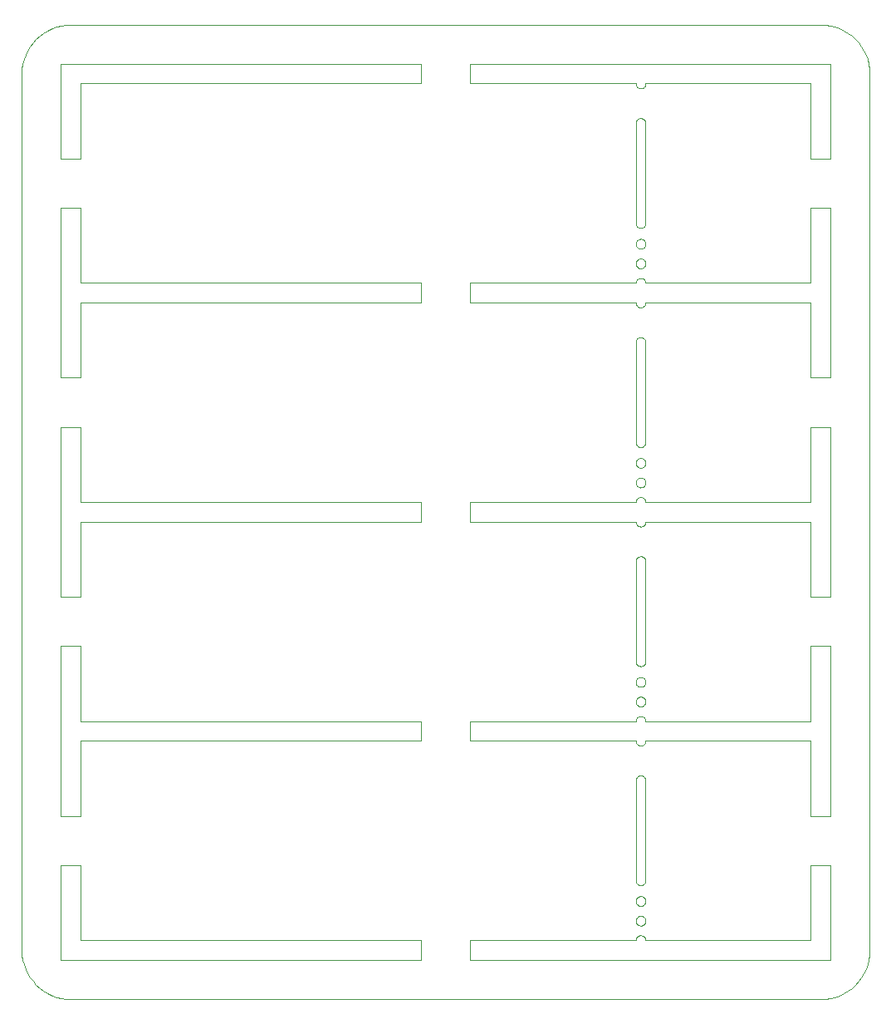
<source format=gbr>
%TF.GenerationSoftware,KiCad,Pcbnew,7.0.2*%
%TF.CreationDate,2023-06-01T00:54:58+09:00*%
%TF.ProjectId,PmodPLED_kikit,506d6f64-504c-4454-945f-6b696b69742e,rev?*%
%TF.SameCoordinates,Original*%
%TF.FileFunction,Profile,NP*%
%FSLAX46Y46*%
G04 Gerber Fmt 4.6, Leading zero omitted, Abs format (unit mm)*
G04 Created by KiCad (PCBNEW 7.0.2) date 2023-06-01 00:54:58*
%MOMM*%
%LPD*%
G01*
G04 APERTURE LIST*
%TA.AperFunction,Profile*%
%ADD10C,0.100000*%
%TD*%
G04 APERTURE END LIST*
D10*
X168039212Y-109653499D02*
X168004897Y-109617888D01*
X168326122Y-42832996D02*
X168277306Y-42825078D01*
X168375481Y-88471525D02*
X168424901Y-88473359D01*
X167901230Y-40370468D02*
X167894478Y-40346469D01*
X168138840Y-43899014D02*
X168183205Y-43877164D01*
X168856803Y-52206411D02*
X168869103Y-52254715D01*
X151000000Y-91953094D02*
X151000000Y-90953094D01*
X168613606Y-41893142D02*
X168656229Y-41918221D01*
X168629017Y-29603078D02*
X168670888Y-29630121D01*
X109270246Y-115270792D02*
X109270246Y-115270792D01*
X168229512Y-86495200D02*
X168277306Y-86482499D01*
X167881818Y-44348458D02*
X167883042Y-44299019D01*
X168712078Y-48694488D02*
X168673157Y-48725526D01*
X167947626Y-87219699D02*
X167925229Y-87175608D01*
X168138840Y-67090865D02*
X168096851Y-67064739D01*
X167894006Y-66764187D02*
X167885485Y-66715473D01*
X168150911Y-29591155D02*
X168196346Y-29570654D01*
X168076876Y-42732453D02*
X168039212Y-42700405D01*
X167974987Y-112968889D02*
X168007028Y-112930705D01*
X168613606Y-108846236D02*
X168656229Y-108871315D01*
X168696165Y-66265086D02*
X168733026Y-66298055D01*
X168490277Y-51866325D02*
X168538260Y-51879825D01*
X168690761Y-40614006D02*
X168650290Y-40643103D01*
X146000000Y-92955476D02*
X146000000Y-92955476D01*
X168508974Y-112789479D02*
X168556224Y-112805355D01*
X168107743Y-29616078D02*
X168150911Y-29591155D01*
X168650290Y-40643103D02*
X168607122Y-40668026D01*
X168294948Y-93447246D02*
X168246414Y-93436169D01*
X168021614Y-86624553D02*
X168057647Y-86590682D01*
X167965897Y-62822449D02*
X167939906Y-62779915D01*
X168875440Y-26076807D02*
X168875440Y-26076807D01*
X167960434Y-46036037D02*
X167990531Y-45996304D01*
X168538260Y-51879825D02*
X168584660Y-51898036D01*
X167995994Y-96667791D02*
X168029898Y-96631251D01*
X168070317Y-48710493D02*
X168032991Y-48677553D01*
X168696165Y-86582784D02*
X168733026Y-86615753D01*
X168587040Y-26457548D02*
X168540699Y-26475736D01*
X168745542Y-29696004D02*
X168777583Y-29734188D01*
X168879220Y-66604395D02*
X168881666Y-66653789D01*
X168762039Y-96667791D02*
X168792136Y-96707524D01*
X168879220Y-111338578D02*
X168871907Y-111387488D01*
X168880397Y-70662668D02*
X168875440Y-70712203D01*
X168361088Y-112770947D02*
X168410919Y-112772190D01*
X167879638Y-74646564D02*
X167884601Y-74596965D01*
X168521992Y-65133693D02*
X168473898Y-65145208D01*
X167884601Y-52279267D02*
X167894478Y-52230410D01*
X168277306Y-66164801D02*
X168326122Y-66156883D01*
X167879638Y-107201107D02*
X167879638Y-96964262D01*
X167960432Y-66384415D02*
X167989103Y-66344120D01*
X167889143Y-111203037D02*
X167900062Y-111154804D01*
X167928532Y-85075428D02*
X167909170Y-85029497D01*
X107098279Y-21134947D02*
X106734712Y-21464466D01*
X167943114Y-48558899D02*
X167921515Y-48514047D01*
X168792136Y-85140147D02*
X168762039Y-85179880D01*
X168821712Y-66416388D02*
X168843011Y-66461019D01*
X167947626Y-89219699D02*
X167925229Y-89175608D01*
X168196346Y-40688527D02*
X168150911Y-40668026D01*
X151000000Y-113270792D02*
X167873554Y-113270792D01*
X168375481Y-66153827D02*
X168424901Y-66155661D01*
X168253252Y-87454715D02*
X168206144Y-87439666D01*
X168834292Y-113076574D02*
X168851340Y-113123414D01*
X187729754Y-24000000D02*
X187729754Y-33658849D01*
X168540699Y-93428830D02*
X168492778Y-93442313D01*
X168424901Y-89469614D02*
X168424901Y-89469614D01*
X168766449Y-64334505D02*
X168796107Y-64374078D01*
X168508974Y-45836385D02*
X168556224Y-45852261D01*
X187729754Y-78294245D02*
X185728316Y-78294245D01*
X111270246Y-55976547D02*
X109270246Y-55976547D01*
X168424901Y-109787312D02*
X168375481Y-109789146D01*
X167965897Y-107457845D02*
X167952371Y-107436902D01*
X151000000Y-24000000D02*
X187729754Y-24000000D01*
X111270246Y-70771487D02*
X111270246Y-78294245D01*
X168587040Y-48775246D02*
X168540699Y-48793434D01*
X111270246Y-105611943D02*
X111270246Y-113270792D01*
X168805662Y-107436902D02*
X168777583Y-107478087D01*
X167884785Y-26052101D02*
X167882304Y-26002382D01*
X168843011Y-111096415D02*
X168859798Y-111142933D01*
X168821712Y-42573491D02*
X168796107Y-42615801D01*
X168613606Y-66210840D02*
X168656229Y-66235919D01*
X168416382Y-40721692D02*
X168366551Y-40722935D01*
X167935882Y-64427344D02*
X167960432Y-64384415D01*
X168850903Y-26173172D02*
X168831566Y-26219044D01*
X168277306Y-87460474D02*
X168253252Y-87454715D01*
X167960432Y-86702113D02*
X167989103Y-86661818D01*
X168821712Y-42098690D02*
X168843011Y-42143321D01*
X168123554Y-45884685D02*
X168167910Y-45861945D01*
X168160752Y-111737735D02*
X168117522Y-111713718D01*
X168873554Y-113270792D02*
X185729754Y-113270792D01*
X167895767Y-68488018D02*
X167912815Y-68441178D01*
X105485544Y-115722215D02*
X105650848Y-116184209D01*
X167883042Y-64616717D02*
X167889143Y-64567641D01*
X168021614Y-64306855D02*
X168057647Y-64272984D01*
X167879638Y-62565711D02*
X167879638Y-52328866D01*
X168843011Y-87164256D02*
X168821712Y-87208887D01*
X168167910Y-112815039D02*
X168214310Y-112796828D01*
X168110736Y-93374948D02*
X168070317Y-93345889D01*
X168875440Y-48394505D02*
X168865576Y-48443300D01*
X168696165Y-42724793D02*
X168656229Y-42753960D01*
X167881818Y-109301552D02*
X167883042Y-109252113D01*
X168843011Y-109481954D02*
X168821712Y-109526585D01*
X168881666Y-86971487D02*
X168879220Y-87020880D01*
X168021614Y-65000722D02*
X167989103Y-64963457D01*
X167884601Y-74596965D02*
X167894478Y-74548108D01*
X187729754Y-115270792D02*
X151000000Y-115270792D01*
X168160752Y-44784641D02*
X168117522Y-44760624D01*
X168316845Y-40719210D02*
X168267756Y-40710554D01*
X168521992Y-41856186D02*
X168568714Y-41872396D01*
X168796107Y-42615801D02*
X168766449Y-42655374D01*
X168424901Y-44834218D02*
X168375481Y-44836052D01*
X168473898Y-42827510D02*
X168424901Y-42834218D01*
X168326122Y-87468392D02*
X168277306Y-87460474D01*
X168067272Y-40614006D02*
X168029898Y-40581024D01*
X168229512Y-64177502D02*
X168277306Y-64164801D01*
X168871907Y-109387488D02*
X168859798Y-109435436D01*
X168843011Y-64461019D02*
X168859798Y-64507537D01*
X167995994Y-40544484D02*
X167965897Y-40504751D01*
X168540699Y-26475736D02*
X168492778Y-26489219D01*
X167895767Y-113123414D02*
X167895767Y-113123414D01*
X168568714Y-64190094D02*
X168613606Y-64210840D01*
X168029898Y-40581024D02*
X167995994Y-40544484D01*
X168521992Y-108809280D02*
X168568714Y-108825490D01*
X167995994Y-85179880D02*
X167965897Y-85140147D01*
X106112897Y-117048643D02*
X106405193Y-117442758D01*
X168424901Y-86473359D02*
X168473898Y-86480067D01*
X168366551Y-85358331D02*
X168316845Y-85354606D01*
X168243596Y-29554778D02*
X168292192Y-29543687D01*
X168424901Y-41837963D02*
X168473898Y-41844671D01*
X146000000Y-48320080D02*
X146000000Y-48320080D01*
X168366551Y-107676029D02*
X168341651Y-107674786D01*
X168465841Y-74179083D02*
X168514437Y-74190174D01*
X168514437Y-107657497D02*
X168514437Y-107657497D01*
X187705205Y-20096073D02*
X187219839Y-20024076D01*
X168561687Y-85323923D02*
X168514437Y-85339799D01*
X168102280Y-68215383D02*
X168145448Y-68190460D01*
X168696165Y-88582784D02*
X168733026Y-88615753D01*
X167881818Y-42348458D02*
X167883042Y-42299019D01*
X167892205Y-70736723D02*
X167884785Y-70687497D01*
X168839755Y-74477269D02*
X168856803Y-74524109D01*
X168096851Y-43925140D02*
X168138840Y-43899014D01*
X167889143Y-44249943D02*
X167900062Y-44201710D01*
X168733026Y-87327220D02*
X168696165Y-87360189D01*
X168871907Y-64752092D02*
X168859798Y-64800040D01*
X168492778Y-48806917D02*
X168443752Y-48815561D01*
X168138840Y-110852108D02*
X168183205Y-110830258D01*
X168029898Y-74313553D02*
X168067272Y-74280571D01*
X168341651Y-96490583D02*
X168391482Y-96489340D01*
X168465841Y-63033192D02*
X168416382Y-63039390D01*
X168613606Y-64210840D02*
X168656229Y-64235919D01*
X167900062Y-86837106D02*
X167915693Y-86790187D01*
X168441188Y-51857669D02*
X168490277Y-51866325D01*
X168004897Y-42664794D02*
X167974269Y-42625966D01*
X168391482Y-29536246D02*
X168441188Y-29539971D01*
X168441188Y-74175367D02*
X168465841Y-74179083D01*
X167894478Y-74548108D02*
X167909170Y-74500476D01*
X167879638Y-84883409D02*
X167879638Y-74646564D01*
X185727446Y-26000000D02*
X168881018Y-26002382D01*
X185729754Y-46317698D02*
X185728883Y-38658849D01*
X168747715Y-26342031D02*
X168712078Y-26376790D01*
X168492778Y-93442313D02*
X168443752Y-93450957D01*
X168796107Y-64933499D02*
X168766449Y-64973072D01*
X105294322Y-114760877D02*
X105366319Y-115246243D01*
X146000000Y-46317698D02*
X146000000Y-47317698D01*
X106734712Y-21464466D02*
X106405193Y-21828033D01*
X168733026Y-42691824D02*
X168696165Y-42724793D01*
X168070317Y-26392795D02*
X168032991Y-26359855D01*
X168881666Y-42336091D02*
X168879220Y-42385484D01*
X168821712Y-109526585D02*
X168796107Y-109568895D01*
X168096851Y-86560536D02*
X168138840Y-86534410D01*
X111270246Y-68635396D02*
X146000000Y-68635396D01*
X168843011Y-64846558D02*
X168821712Y-64891189D01*
X191633680Y-24024548D02*
X191514455Y-23548576D01*
X168096851Y-88560536D02*
X168138840Y-88534410D01*
X168375481Y-108789223D02*
X168424901Y-108791057D01*
X168029898Y-51995855D02*
X168067272Y-51962873D01*
X146000000Y-113270792D02*
X146000000Y-115270792D01*
X107492394Y-118428140D02*
X107913262Y-118680398D01*
X168473898Y-43844671D02*
X168521992Y-43856186D01*
X167943114Y-70876597D02*
X167921515Y-70831745D01*
X168796107Y-87251197D02*
X168766449Y-87290770D01*
X105366319Y-115246243D02*
X105485544Y-115722215D01*
X168878395Y-107201107D02*
X168873432Y-107250706D01*
X111270246Y-48453789D02*
X111270246Y-55976547D01*
X167974269Y-89261362D02*
X167947626Y-89219699D01*
X168443752Y-93450957D02*
X168394110Y-93454677D01*
X105270246Y-114270792D02*
X105294322Y-114760877D01*
X168424901Y-42834218D02*
X168375481Y-42836052D01*
X167895767Y-90805716D02*
X167912815Y-90758876D01*
X167965897Y-85140147D02*
X167952371Y-85119204D01*
X168786673Y-112989131D02*
X168812664Y-113031665D01*
X168873432Y-62615310D02*
X168863555Y-62664167D01*
X167895767Y-46170320D02*
X167912815Y-46123480D01*
X168777583Y-107478087D02*
X168745542Y-107516271D01*
X167882304Y-92955476D02*
X151000000Y-92955476D01*
X167900062Y-44201710D02*
X167915693Y-44154791D01*
X168733026Y-65009522D02*
X168696165Y-65042491D01*
X168843011Y-44528860D02*
X168821712Y-44573491D01*
X168061809Y-45926782D02*
X168081682Y-45911728D01*
X168206144Y-109757364D02*
X168160752Y-109737735D01*
X168656229Y-111707054D02*
X168613606Y-111732133D01*
X168110736Y-71057250D02*
X168070317Y-71028191D01*
X108818822Y-20215298D02*
X108356828Y-20380602D01*
X168821712Y-86734086D02*
X168843011Y-86778717D01*
X168656229Y-87389356D02*
X168613606Y-87414435D01*
X168424901Y-66155661D02*
X168473898Y-66162369D01*
X168107743Y-51933776D02*
X168150911Y-51908853D01*
X109780160Y-119246715D02*
X110270246Y-119270792D01*
X168561687Y-96523748D02*
X168607122Y-96544249D01*
X168839755Y-40417308D02*
X168818127Y-40462217D01*
X168650290Y-107596197D02*
X168607122Y-107621120D01*
X168326122Y-64156883D02*
X168375481Y-64153827D01*
X189086737Y-20590393D02*
X188643171Y-20380602D01*
X168375481Y-87471448D02*
X168326122Y-87468392D01*
X168629017Y-51920776D02*
X168670888Y-51947819D01*
X168067272Y-62931704D02*
X168029898Y-62898722D01*
X168745542Y-52013702D02*
X168777583Y-52051886D01*
X107098279Y-118135844D02*
X107492394Y-118428140D01*
X167885485Y-87033171D02*
X167881818Y-86983854D01*
X168326122Y-44832996D02*
X168277306Y-44825078D01*
X167935882Y-111062740D02*
X167960432Y-111019811D01*
X109294794Y-119174718D02*
X109780160Y-119246715D01*
X168881666Y-64653789D02*
X168879220Y-64703182D01*
X168473898Y-111780604D02*
X168473898Y-111780604D01*
X168190883Y-68169959D02*
X168238133Y-68154083D01*
X168150911Y-96544249D02*
X168196346Y-96523748D01*
X168818127Y-52114662D02*
X168839755Y-52159571D01*
X168277306Y-88482499D02*
X168326122Y-88474581D01*
X168391482Y-96489340D02*
X168441188Y-96493065D01*
X167885485Y-42397775D02*
X167881818Y-42348458D01*
X168366551Y-63040633D02*
X168341651Y-63039390D01*
X167960432Y-44066717D02*
X167989103Y-44026422D01*
X105650848Y-23086582D02*
X105485544Y-23548576D01*
X168656229Y-110871315D02*
X168696165Y-110900482D01*
X151000000Y-26002382D02*
X151000000Y-24000000D01*
X167900062Y-109154804D02*
X167915693Y-109107885D01*
X168246414Y-48800773D02*
X168199225Y-48784918D01*
X168696165Y-41947388D02*
X168733026Y-41980357D01*
X168859798Y-88825235D02*
X168871907Y-88873183D01*
X168021614Y-41989157D02*
X168057647Y-41955286D01*
X168375481Y-110789223D02*
X168424901Y-110791057D01*
X168568714Y-66190094D02*
X168613606Y-66210840D01*
X168032991Y-26359855D02*
X167999131Y-26323362D01*
X167883467Y-113171718D02*
X167895767Y-113123414D01*
X167918278Y-40417308D02*
X167901230Y-40370468D01*
X168029898Y-107534118D02*
X167995994Y-107497578D01*
X168792136Y-96707524D02*
X168818127Y-96750058D01*
X168856803Y-29888713D02*
X168869103Y-29937017D01*
X168183205Y-86512560D02*
X168229512Y-86495200D01*
X167990531Y-45996304D02*
X168024435Y-45959764D01*
X168863555Y-62664167D02*
X168848863Y-62711799D01*
X168253252Y-44819319D02*
X168206144Y-44804270D01*
X167901230Y-52206411D02*
X167918278Y-52159571D01*
X105294322Y-24509914D02*
X105270246Y-25000000D01*
X168796107Y-89251197D02*
X168766449Y-89290770D01*
X168004897Y-87300190D02*
X167974269Y-87261362D01*
X167883467Y-68536322D02*
X167895767Y-68488018D01*
X168733026Y-109644918D02*
X168696165Y-109677887D01*
X168613606Y-110846236D02*
X168656229Y-110871315D01*
X168863555Y-84981865D02*
X168848863Y-85029497D01*
X168690761Y-107567100D02*
X168650290Y-107596197D01*
X191139360Y-22643016D02*
X190887102Y-22222148D01*
X168613606Y-42779039D02*
X168568714Y-42799785D01*
X189901720Y-118135844D02*
X190265287Y-117806325D01*
X168117522Y-42760624D02*
X168076876Y-42732453D01*
X167960432Y-109019811D02*
X167989103Y-108979516D01*
X168879017Y-74671487D02*
X168878395Y-84883409D01*
X168277306Y-89460474D02*
X168253252Y-89454715D01*
X168848863Y-85029497D02*
X168829501Y-85075428D01*
X168873432Y-107250706D02*
X168863555Y-107299563D01*
X168361088Y-68135551D02*
X168410919Y-68136794D01*
X168150911Y-85303422D02*
X168107743Y-85278499D01*
X168110736Y-48739552D02*
X168070317Y-48710493D01*
X167995994Y-29714697D02*
X168029898Y-29678157D01*
X167883467Y-90854020D02*
X167895767Y-90805716D01*
X168881018Y-70637778D02*
X168880397Y-70662668D01*
X168443752Y-71133259D02*
X168394110Y-71136979D01*
X168880397Y-92980366D02*
X168875440Y-93029901D01*
X110270246Y-20000000D02*
X109780160Y-20024076D01*
X168881666Y-111289185D02*
X168879220Y-111338578D01*
X168796107Y-64374078D02*
X168821712Y-64416388D01*
X168508974Y-68154083D02*
X168556224Y-68169959D01*
X167960432Y-66923162D02*
X167935882Y-66880233D01*
X167904489Y-93102664D02*
X167892205Y-93054421D01*
X168670888Y-29630121D02*
X168709859Y-29661200D01*
X168473898Y-66162369D02*
X168521992Y-66173884D01*
X168879220Y-44286697D02*
X168881666Y-44336091D01*
X167925229Y-89175608D02*
X167907297Y-89129520D01*
X187729754Y-60976547D02*
X187729754Y-78294245D01*
X109270246Y-83294245D02*
X111270246Y-83294245D01*
X168341651Y-63039390D02*
X168292192Y-63033192D01*
X168712078Y-26376790D02*
X168673157Y-26407828D01*
X168561687Y-107641621D02*
X168514437Y-107657497D01*
X191514455Y-115722215D02*
X191633680Y-115246243D01*
X168856803Y-96841807D02*
X168869103Y-96890111D01*
X168631339Y-71070233D02*
X168587040Y-71092944D01*
X189901720Y-21134947D02*
X189507605Y-20842651D01*
X168117522Y-89396020D02*
X168076876Y-89367849D01*
X187729754Y-105611943D02*
X187729754Y-115270792D01*
X168521992Y-43856186D02*
X168568714Y-43872396D01*
X167915693Y-64835088D02*
X167907297Y-64811822D01*
X168756576Y-112949398D02*
X168786673Y-112989131D01*
X167884601Y-29961569D02*
X167894478Y-29912712D01*
X167885485Y-111350869D02*
X167881818Y-111301552D01*
X167894006Y-42446489D02*
X167885485Y-42397775D01*
X168568714Y-110825490D02*
X168613606Y-110846236D01*
X168709859Y-29661200D02*
X168745542Y-29696004D01*
X168326122Y-88474581D02*
X168375481Y-88471525D01*
X168880397Y-48344970D02*
X168875440Y-48394505D01*
X167881818Y-88983854D02*
X167883042Y-88934415D01*
X111270246Y-100611943D02*
X109270246Y-100611943D01*
X168796107Y-66933499D02*
X168766449Y-66973072D01*
X187729754Y-55976547D02*
X185728316Y-55976547D01*
X167904489Y-48467268D02*
X167892205Y-48419025D01*
X167884601Y-40297612D02*
X167879638Y-40248013D01*
X168871069Y-90903310D02*
X168873554Y-90953094D01*
X168344344Y-93453436D02*
X168294948Y-93447246D01*
X168747715Y-93295125D02*
X168712078Y-93329884D01*
X168850903Y-93126266D02*
X168831566Y-93172138D01*
X187705205Y-119174718D02*
X188181177Y-119055493D01*
X168733026Y-67009522D02*
X168696165Y-67042491D01*
X187729754Y-33658849D02*
X185728316Y-33658849D01*
X168229512Y-110812898D02*
X168277306Y-110800197D01*
X168032991Y-48677553D02*
X167999131Y-48641060D01*
X167925229Y-44540212D02*
X167907297Y-44494124D01*
X167912815Y-113076574D02*
X167923069Y-113053850D01*
X167915693Y-66472489D02*
X167935882Y-66427344D01*
X167889143Y-66567641D02*
X167900062Y-66519408D01*
X167928532Y-96772243D02*
X167952371Y-96728467D01*
X168568714Y-86507792D02*
X168613606Y-86528538D01*
X168584660Y-29580338D02*
X168629017Y-29603078D01*
X167876038Y-68585612D02*
X167883467Y-68536322D01*
X168843011Y-42528860D02*
X168821712Y-42573491D01*
X185727446Y-48317698D02*
X168881018Y-48320080D01*
X167876038Y-113221008D02*
X167883467Y-113171718D01*
X106734712Y-117806325D02*
X107098279Y-118135844D01*
X168568714Y-111752879D02*
X168521992Y-111769089D01*
X185729754Y-113270792D02*
X185728883Y-105611943D01*
X168160752Y-109737735D02*
X168117522Y-109713718D01*
X168199225Y-93420314D02*
X168153849Y-93399839D01*
X168871907Y-66555485D02*
X168879220Y-66604395D01*
X168644827Y-45897685D02*
X168685298Y-45926782D01*
X168818127Y-62779915D02*
X168792136Y-62822449D01*
X168473898Y-88480067D02*
X168521992Y-88491582D01*
X185727446Y-70635396D02*
X168881018Y-70637778D01*
X168424901Y-89469614D02*
X168375481Y-89471448D01*
X168521992Y-44815995D02*
X168473898Y-44827510D01*
X168871907Y-44434394D02*
X168859798Y-44482342D01*
X168096851Y-65064739D02*
X168057647Y-65034593D01*
X187729754Y-83294245D02*
X187729754Y-100611943D01*
X168670888Y-51947819D02*
X168709859Y-51978898D01*
X168871907Y-66752092D02*
X168859798Y-66800040D01*
X191349151Y-23086582D02*
X191139360Y-22643016D01*
X168859798Y-66507537D02*
X168871907Y-66555485D01*
X168766449Y-111608468D02*
X168733026Y-111644918D01*
X168473898Y-87462906D02*
X168424901Y-87469614D01*
X167873554Y-113270792D02*
X167876038Y-113221008D01*
X168722672Y-68277462D02*
X168756576Y-68314002D01*
X168696165Y-87360189D02*
X168656229Y-87389356D01*
X168262293Y-112783328D02*
X168311382Y-112774672D01*
X168722672Y-112912858D02*
X168756576Y-112949398D01*
X168786673Y-68353735D02*
X168812664Y-68396269D01*
X168465841Y-85350890D02*
X168465841Y-85350890D01*
X168690761Y-85249402D02*
X168650290Y-85278499D01*
X168076876Y-111685547D02*
X168039212Y-111653499D01*
X168843011Y-111481954D02*
X168821712Y-111526585D01*
X168879220Y-109338578D02*
X168871907Y-109387488D01*
X168843011Y-88778717D02*
X168859798Y-88825235D01*
X168004897Y-89300190D02*
X167974269Y-89261362D01*
X168183205Y-65112715D02*
X168138840Y-65090865D01*
X146000000Y-70637778D02*
X111273818Y-70637778D01*
X168879220Y-44385484D02*
X168871907Y-44434394D01*
X168521992Y-86491582D02*
X168568714Y-86507792D01*
X168243596Y-51872476D02*
X168292192Y-51861385D01*
X168879220Y-87020880D02*
X168871907Y-87069790D01*
X168096851Y-41925140D02*
X168138840Y-41899014D01*
X168375481Y-65153750D02*
X168326122Y-65150694D01*
X168029898Y-29678157D02*
X168067272Y-29645175D01*
X168821712Y-44098690D02*
X168843011Y-44143321D01*
X167912815Y-90758876D02*
X167934443Y-90713967D01*
X168473898Y-111780604D02*
X168424901Y-111787312D01*
X168138840Y-41899014D02*
X168183205Y-41877164D01*
X167912815Y-68441178D02*
X167934443Y-68396269D01*
X168722672Y-90595160D02*
X168756576Y-90631700D01*
X168102280Y-90533081D02*
X168145448Y-90508158D01*
X168277306Y-67142776D02*
X168229512Y-67130075D01*
X167876038Y-90903310D02*
X167883467Y-90854020D01*
X168568714Y-67117483D02*
X168521992Y-67133693D01*
X168391482Y-51853944D02*
X168441188Y-51857669D01*
X168067272Y-74280571D02*
X168107743Y-74251474D01*
X109270246Y-55976547D02*
X109270246Y-38658849D01*
X109270246Y-115270792D02*
X109270246Y-105611943D01*
X168843011Y-66846558D02*
X168821712Y-66891189D01*
X167999131Y-26323362D02*
X167969072Y-26283679D01*
X168766449Y-42016807D02*
X168796107Y-42056380D01*
X167952371Y-85119204D02*
X167928532Y-85075428D01*
X167989103Y-86661818D02*
X168021614Y-86624553D01*
X168756576Y-68314002D02*
X168786673Y-68353735D01*
X168243596Y-96507872D02*
X168292192Y-96496781D01*
X168253252Y-42819319D02*
X168206144Y-42804270D01*
X167915693Y-109107885D02*
X167935882Y-109062740D01*
X167876038Y-46267914D02*
X167883467Y-46218624D01*
X168568714Y-89435181D02*
X168521992Y-89451391D01*
X168341651Y-51855187D02*
X168391482Y-51853944D01*
X168843011Y-86778717D02*
X168859798Y-86825235D01*
X168656229Y-42753960D02*
X168613606Y-42779039D01*
X168859798Y-42189839D02*
X168871907Y-42237787D01*
X167960432Y-42066717D02*
X167989103Y-42026422D01*
X168206144Y-89439666D02*
X168160752Y-89420037D01*
X168473898Y-41844671D02*
X168521992Y-41856186D01*
X168070317Y-71028191D02*
X168032991Y-70995251D01*
X168021614Y-66306855D02*
X168057647Y-66272984D01*
X167935882Y-66427344D02*
X167960432Y-66384415D01*
X168229512Y-108812898D02*
X168277306Y-108800197D01*
X168878395Y-84883409D02*
X168873432Y-84933008D01*
X168850903Y-48490870D02*
X168831566Y-48536742D01*
X168521992Y-42815995D02*
X168473898Y-42827510D01*
X168728135Y-62898722D02*
X168690761Y-62931704D01*
X111270246Y-90953094D02*
X146000000Y-90953094D01*
X168733026Y-110933451D02*
X168766449Y-110969901D01*
X168067272Y-51962873D02*
X168107743Y-51933776D01*
X168881666Y-66653789D02*
X168879220Y-66703182D01*
X167894006Y-111399583D02*
X167885485Y-111350869D01*
X167989103Y-42026422D02*
X168021614Y-41989157D01*
X168881018Y-26002382D02*
X168880397Y-26027272D01*
X168107743Y-62960801D02*
X168067272Y-62931704D01*
X168843011Y-109096415D02*
X168859798Y-109142933D01*
X168631339Y-48752535D02*
X168587040Y-48775246D01*
X167885485Y-64715473D02*
X167881818Y-64666156D01*
X168375481Y-44836052D02*
X168326122Y-44832996D01*
X168167910Y-45861945D02*
X168214310Y-45843734D01*
X168514437Y-85339799D02*
X168465841Y-85350890D01*
X168756576Y-90631700D02*
X168786673Y-90671433D01*
X168326122Y-110792279D02*
X168375481Y-110789223D01*
X168344344Y-48818040D02*
X168294948Y-48811850D01*
X167909170Y-62711799D02*
X167894478Y-62664167D01*
X109270246Y-78294245D02*
X109270246Y-60976547D01*
X168871069Y-68585612D02*
X168873554Y-68635396D01*
X167999131Y-48641060D02*
X167969072Y-48601377D01*
X185728316Y-55976547D02*
X185727446Y-48317698D01*
X188643171Y-20380602D02*
X188181177Y-20215298D01*
X167995994Y-62862182D02*
X167965897Y-62822449D01*
X189086737Y-118680398D02*
X189507605Y-118428140D01*
X167969072Y-70919075D02*
X167943114Y-70876597D01*
X168871907Y-111387488D02*
X168859798Y-111435436D01*
X167884601Y-107250706D02*
X167879638Y-107201107D01*
X167934443Y-46078571D02*
X167960434Y-46036037D01*
X168150911Y-40668026D02*
X168107743Y-40643103D01*
X185727446Y-92953094D02*
X168881018Y-92955476D01*
X146000000Y-47317698D02*
X146000000Y-48320080D01*
X168206144Y-42804270D02*
X168160752Y-42784641D01*
X168792136Y-62822449D02*
X168762039Y-62862182D01*
X168410919Y-45819096D02*
X168460378Y-45825294D01*
X168243596Y-74190174D02*
X168292192Y-74179083D01*
X168812664Y-113031665D02*
X168834292Y-113076574D01*
X168341651Y-29537489D02*
X168391482Y-29536246D01*
X168341651Y-74172885D02*
X168391482Y-74171642D01*
X168301616Y-111782735D02*
X168253252Y-111772413D01*
X168766449Y-66334505D02*
X168796107Y-66374078D01*
X168540699Y-48793434D02*
X168492778Y-48806917D01*
X168875440Y-26076807D02*
X168865576Y-26125602D01*
X111270246Y-78294245D02*
X109270246Y-78294245D01*
X191633680Y-24024548D02*
X191633680Y-24024548D01*
X167884601Y-84933008D02*
X167879638Y-84883409D01*
X167947626Y-111537397D02*
X167925229Y-111493306D01*
X168521992Y-88491582D02*
X168568714Y-88507792D01*
X185728883Y-38658849D02*
X187729754Y-38658849D01*
X168294948Y-48811850D02*
X168246414Y-48800773D01*
X168779714Y-93256989D02*
X168747715Y-93295125D01*
X168859798Y-111435436D02*
X168843011Y-111481954D01*
X168807757Y-48580462D02*
X168779714Y-48621593D01*
X168871907Y-64555485D02*
X168879220Y-64604395D01*
X168521992Y-89451391D02*
X168473898Y-89462906D01*
X168873432Y-40297612D02*
X168863555Y-40346469D01*
X168871907Y-111190881D02*
X168879220Y-111239791D01*
X168076876Y-109685547D02*
X168039212Y-109653499D01*
X167989103Y-110979516D02*
X168021614Y-110942251D01*
X168150911Y-62985724D02*
X168107743Y-62960801D01*
X168876532Y-74621703D02*
X168879017Y-74671487D01*
X106112897Y-22222148D02*
X105860639Y-22643016D01*
X168859798Y-109142933D02*
X168871907Y-109190881D01*
X167974269Y-42625966D02*
X167947626Y-42584303D01*
X168375481Y-64153827D02*
X168424901Y-64155661D01*
X168859798Y-111142933D02*
X168871907Y-111190881D01*
X167999131Y-93276456D02*
X167969072Y-93236773D01*
X168631339Y-26434837D02*
X168587040Y-26457548D01*
X167885485Y-89033171D02*
X167881818Y-88983854D01*
X168873432Y-84933008D02*
X168863555Y-84981865D01*
X168556224Y-112805355D02*
X168601659Y-112825856D01*
X168096851Y-64242838D02*
X168138840Y-64216712D01*
X168514437Y-40704403D02*
X168465841Y-40715494D01*
X167881818Y-66666156D02*
X167883042Y-66616717D01*
X168004897Y-109617888D02*
X167974269Y-109579060D01*
X168042711Y-112895901D02*
X168081682Y-112864822D01*
X167952371Y-74410769D02*
X167965897Y-74389826D01*
X167939906Y-29796964D02*
X167965897Y-29754430D01*
X168875440Y-48394505D02*
X168875440Y-48394505D01*
X168881666Y-44336091D02*
X168879220Y-44385484D01*
X168024435Y-45959764D02*
X168061809Y-45926782D01*
X167915693Y-86790187D02*
X167935882Y-86745042D01*
X168712078Y-93329884D02*
X168673157Y-93360922D01*
X168061809Y-68244480D02*
X168102280Y-68215383D01*
X168514437Y-63022101D02*
X168465841Y-63033192D01*
X167889143Y-109203037D02*
X167900062Y-109154804D01*
X168029898Y-96631251D02*
X168067272Y-96598269D01*
X167935882Y-109062740D02*
X167960432Y-109019811D01*
X168153849Y-48764443D02*
X168110736Y-48739552D01*
X168199225Y-71102616D02*
X168153849Y-71082141D01*
X168538260Y-29562127D02*
X168584660Y-29580338D01*
X168465841Y-107668588D02*
X168416382Y-107674786D01*
X168473898Y-108797765D02*
X168521992Y-108809280D01*
X168880397Y-26027272D02*
X168875440Y-26076807D01*
X167881818Y-86983854D02*
X167883042Y-86934415D01*
X168004897Y-111617888D02*
X167974269Y-111579060D01*
X168848863Y-62711799D02*
X168839755Y-62735006D01*
X167943114Y-93194295D02*
X167921515Y-93149443D01*
X167989103Y-64963457D02*
X167960432Y-64923162D01*
X167892205Y-26101327D02*
X167884785Y-26052101D01*
X168613606Y-43893142D02*
X168656229Y-43918221D01*
X185729754Y-68635396D02*
X185728883Y-60976547D01*
X168021614Y-108942251D02*
X168057647Y-108908380D01*
X167974269Y-44625966D02*
X167947626Y-44584303D01*
X167894478Y-62664167D02*
X167884601Y-62615310D01*
X168424901Y-42834218D02*
X168424901Y-42834218D01*
X167989103Y-108979516D02*
X168021614Y-108942251D01*
X111270246Y-26136091D02*
X111270246Y-33658849D01*
X168039212Y-111653499D02*
X168004897Y-111617888D01*
X168441188Y-96493065D02*
X168465841Y-96496781D01*
X168650290Y-85278499D02*
X168607122Y-85303422D01*
X168375481Y-41836129D02*
X168424901Y-41837963D01*
X168696165Y-111677887D02*
X168656229Y-111707054D01*
X168490277Y-29548627D02*
X168538260Y-29562127D01*
X168881666Y-88971487D02*
X168879220Y-89020880D01*
X168766449Y-42655374D02*
X168733026Y-42691824D01*
X168839755Y-52159571D02*
X168856803Y-52206411D01*
X168878395Y-40248013D02*
X168873432Y-40297612D01*
X168214310Y-45843734D02*
X168262293Y-45830234D01*
X168556224Y-68169959D02*
X168601659Y-68190460D01*
X168685298Y-45926782D02*
X168722672Y-45959764D01*
X168879220Y-89020880D02*
X168871907Y-89069790D01*
X168848863Y-107347195D02*
X168829501Y-107393126D01*
X109270246Y-38658849D02*
X111270246Y-38658849D01*
X167907297Y-109447218D02*
X167894006Y-109399583D01*
X168029898Y-62898722D02*
X167995994Y-62862182D01*
X168277306Y-44825078D02*
X168253252Y-44819319D01*
X168277306Y-65142776D02*
X168229512Y-65130075D01*
X167900062Y-88837106D02*
X167915693Y-88790187D01*
X168613606Y-111732133D02*
X168568714Y-111752879D01*
X168722672Y-45959764D02*
X168756576Y-45996304D01*
X168508974Y-90471781D02*
X168556224Y-90487657D01*
X167884785Y-93005195D02*
X167882304Y-92955476D01*
X168277306Y-86482499D02*
X168326122Y-86474581D01*
X111273818Y-26002382D02*
X111270246Y-26136091D01*
X168673157Y-93360922D02*
X168631339Y-93387931D01*
X109270246Y-105611943D02*
X111270246Y-105611943D01*
X168150911Y-74226551D02*
X168196346Y-74206050D01*
X167900062Y-111154804D02*
X167915693Y-111107885D01*
X151000000Y-90953094D02*
X167873554Y-90953094D01*
X167960434Y-90671433D02*
X167990531Y-90631700D01*
X168796107Y-111568895D02*
X168766449Y-111608468D01*
X167909170Y-74500476D02*
X167928532Y-74454545D01*
X168424901Y-111787312D02*
X168375481Y-111789146D01*
X168745542Y-107516271D02*
X168709859Y-107551075D01*
X168859798Y-44189839D02*
X168871907Y-44237787D01*
X168424901Y-110791057D02*
X168473898Y-110797765D01*
X168107743Y-96569172D02*
X168150911Y-96544249D01*
X168292192Y-51861385D02*
X168341651Y-51855187D01*
X168879220Y-109239791D02*
X168881666Y-109289185D01*
X168253252Y-111772413D02*
X168206144Y-111757364D01*
X168138840Y-86534410D02*
X168183205Y-86512560D01*
X167894478Y-29912712D02*
X167901230Y-29888713D01*
X168138840Y-88534410D02*
X168183205Y-88512560D01*
X168107743Y-107596197D02*
X168067272Y-107567100D01*
X168286729Y-68142992D02*
X168336188Y-68136794D01*
X168138840Y-108852108D02*
X168183205Y-108830258D01*
X189507605Y-118428140D02*
X189901720Y-118135844D01*
X109270246Y-33658849D02*
X109270246Y-24000000D01*
X167873554Y-68635396D02*
X167876038Y-68585612D01*
X167939906Y-52114662D02*
X167965897Y-52072128D01*
X168796107Y-44615801D02*
X168766449Y-44655374D01*
X168229512Y-88495200D02*
X168277306Y-88482499D01*
X168863555Y-40346469D02*
X168856803Y-40370468D01*
X167928532Y-74454545D02*
X167952371Y-74410769D01*
X168876532Y-29986307D02*
X168879017Y-30036091D01*
X168766449Y-64973072D02*
X168733026Y-65009522D01*
X168601659Y-45872762D02*
X168644827Y-45897685D01*
X168326122Y-109786090D02*
X168301616Y-109782735D01*
X168879017Y-96989185D02*
X168878395Y-107201107D01*
X168696165Y-65042491D02*
X168656229Y-65071658D01*
X187729754Y-38658849D02*
X187729754Y-55976547D01*
X185728883Y-83294245D02*
X187729754Y-83294245D01*
X168859798Y-87117738D02*
X168843011Y-87164256D01*
X168568714Y-43872396D02*
X168613606Y-43893142D01*
X168473898Y-86480067D02*
X168521992Y-86491582D01*
X168096851Y-110878234D02*
X168138840Y-110852108D01*
X185728883Y-105611943D02*
X187729754Y-105611943D01*
X167907297Y-87129520D02*
X167894006Y-87081885D01*
X168057647Y-86590682D02*
X168096851Y-86560536D01*
X168834292Y-90758876D02*
X168851340Y-90805716D01*
X168039212Y-87335801D02*
X168004897Y-87300190D01*
X168656229Y-65071658D02*
X168613606Y-65096737D01*
X168879017Y-52353789D02*
X168878395Y-62565711D01*
X168160752Y-42784641D02*
X168117522Y-42760624D01*
X167989103Y-66963457D02*
X167960432Y-66923162D01*
X168316845Y-85354606D02*
X168292192Y-85350890D01*
X190265287Y-21464466D02*
X189901720Y-21134947D01*
X167882304Y-70637778D02*
X151000000Y-70637778D01*
X167904489Y-26149570D02*
X167892205Y-26101327D01*
X168656229Y-66235919D02*
X168696165Y-66265086D01*
X168863640Y-68536322D02*
X168871069Y-68585612D01*
X167921515Y-26196349D02*
X167904489Y-26149570D01*
X168196346Y-85323923D02*
X168150911Y-85303422D01*
X168871069Y-113221008D02*
X168873554Y-113270792D01*
X168568714Y-109752879D02*
X168521992Y-109769089D01*
X168792136Y-40504751D02*
X168762039Y-40544484D01*
X168733026Y-108933451D02*
X168766449Y-108969901D01*
X168875440Y-93029901D02*
X168875440Y-93029901D01*
X168286729Y-90460690D02*
X168311382Y-90456974D01*
X167907297Y-89129520D02*
X167894006Y-89081885D01*
X168473898Y-89462906D02*
X168424901Y-89469614D01*
X168375481Y-89471448D02*
X168326122Y-89468392D01*
X185728883Y-60976547D02*
X187729754Y-60976547D01*
X168253252Y-89454715D02*
X168206144Y-89439666D01*
X168821712Y-109051784D02*
X168843011Y-109096415D01*
X168123554Y-112837779D02*
X168167910Y-112815039D01*
X168656229Y-67071658D02*
X168613606Y-67096737D01*
X168865576Y-26125602D02*
X168850903Y-26173172D01*
X168879220Y-64604395D02*
X168881666Y-64653789D01*
X105366319Y-24024548D02*
X105294322Y-24509914D01*
X168473898Y-109780604D02*
X168473898Y-109780604D01*
X168747715Y-48659729D02*
X168712078Y-48694488D01*
X168879220Y-86922093D02*
X168881666Y-86971487D01*
X168150911Y-51908853D02*
X168196346Y-51888352D01*
X167894478Y-107299563D02*
X167884601Y-107250706D01*
X168540699Y-71111132D02*
X168492778Y-71124615D01*
X168294948Y-71129548D02*
X168246414Y-71118471D01*
X168070317Y-93345889D02*
X168032991Y-93312949D01*
X168521992Y-66173884D02*
X168568714Y-66190094D01*
X168057647Y-64272984D02*
X168096851Y-64242838D01*
X168326122Y-108792279D02*
X168375481Y-108789223D01*
X167969072Y-26283679D02*
X167943114Y-26241201D01*
X168375481Y-42836052D02*
X168326122Y-42832996D01*
X168821712Y-87208887D02*
X168796107Y-87251197D01*
X168871907Y-44237787D02*
X168879220Y-44286697D01*
X191349151Y-116184209D02*
X191514455Y-115722215D01*
X105860639Y-22643016D02*
X105650848Y-23086582D01*
X168881666Y-109289185D02*
X168879220Y-109338578D01*
X167884601Y-96914663D02*
X167894478Y-96865806D01*
X168766449Y-44016807D02*
X168796107Y-44056380D01*
X168796107Y-88691776D02*
X168821712Y-88734086D01*
X167995994Y-74350093D02*
X168029898Y-74313553D01*
X168424901Y-87469614D02*
X168424901Y-87469614D01*
X168521992Y-87451391D02*
X168473898Y-87462906D01*
X168796107Y-109009474D02*
X168821712Y-109051784D01*
X168766449Y-110969901D02*
X168796107Y-111009474D01*
X168416382Y-63039390D02*
X168366551Y-63040633D01*
X168561687Y-63006225D02*
X168514437Y-63022101D01*
X167989103Y-66344120D02*
X168021614Y-66306855D01*
X167960432Y-64923162D02*
X167935882Y-64880233D01*
X168556224Y-90487657D02*
X168601659Y-90508158D01*
X168613606Y-44779039D02*
X168568714Y-44799785D01*
X167883042Y-111252113D02*
X167889143Y-111203037D01*
X168277306Y-64164801D02*
X168326122Y-64156883D01*
X168021614Y-88624553D02*
X168057647Y-88590682D01*
X167883042Y-109252113D02*
X167889143Y-109203037D01*
X167947626Y-109537397D02*
X167925229Y-109493306D01*
X168766449Y-86652203D02*
X168796107Y-86691776D01*
X191705677Y-24509914D02*
X191633680Y-24024548D01*
X167925229Y-87175608D02*
X167907297Y-87129520D01*
X168656229Y-108871315D02*
X168696165Y-108900482D01*
X188643171Y-118890189D02*
X189086737Y-118680398D01*
X168196346Y-96523748D02*
X168243596Y-96507872D01*
X168863555Y-107299563D02*
X168848863Y-107347195D01*
X168183205Y-88512560D02*
X168229512Y-88495200D01*
X168214310Y-112796828D02*
X168262293Y-112783328D01*
X168856803Y-40370468D02*
X168839755Y-40417308D01*
X168107743Y-40643103D02*
X168067272Y-40614006D01*
X168277306Y-41847103D02*
X168326122Y-41839185D01*
X168871907Y-109190881D02*
X168879220Y-109239791D01*
X168465841Y-40715494D02*
X168465841Y-40715494D01*
X151000000Y-48320080D02*
X151000000Y-47317698D01*
X168443752Y-26497863D02*
X168394110Y-26501583D01*
X111273818Y-70637778D02*
X111270246Y-70771487D01*
X168644827Y-68215383D02*
X168685298Y-68244480D01*
X167990531Y-90631700D02*
X168024435Y-90595160D01*
X167960432Y-111019811D02*
X167989103Y-110979516D01*
X167907297Y-66811822D02*
X167894006Y-66764187D01*
X168568714Y-88507792D02*
X168613606Y-88528538D01*
X168096851Y-67064739D02*
X168057647Y-67034593D01*
X167965897Y-74389826D02*
X167995994Y-74350093D01*
X105270246Y-25000000D02*
X105270246Y-114270792D01*
X168460378Y-68142992D02*
X168508974Y-68154083D01*
X167883042Y-88934415D02*
X167889143Y-88885339D01*
X168879017Y-30036091D02*
X168878395Y-40248013D01*
X168326122Y-67150694D02*
X168277306Y-67142776D01*
X168879220Y-42286697D02*
X168881666Y-42336091D01*
X168243596Y-85339799D02*
X168196346Y-85323923D01*
X167889143Y-86885339D02*
X167900062Y-86837106D01*
X168685298Y-90562178D02*
X168722672Y-90595160D01*
X167969072Y-93236773D02*
X167943114Y-93194295D01*
X168199225Y-26467220D02*
X168153849Y-26446745D01*
X146000000Y-24000000D02*
X146000000Y-26002382D01*
X167894006Y-44446489D02*
X167885485Y-44397775D01*
X168875440Y-70712203D02*
X168865576Y-70760998D01*
X168229512Y-41859804D02*
X168277306Y-41847103D01*
X168292192Y-63033192D02*
X168243596Y-63022101D01*
X168229512Y-65130075D02*
X168183205Y-65112715D01*
X168607122Y-40668026D02*
X168561687Y-40688527D01*
X168875440Y-93029901D02*
X168865576Y-93078696D01*
X168138840Y-66216712D02*
X168183205Y-66194862D01*
X168762039Y-74350093D02*
X168792136Y-74389826D01*
X168733026Y-89327220D02*
X168696165Y-89360189D01*
X168057647Y-41955286D02*
X168096851Y-41925140D01*
X168183205Y-41877164D02*
X168229512Y-41859804D01*
X168673157Y-71043224D02*
X168631339Y-71070233D01*
X168871907Y-86873183D02*
X168879220Y-86922093D01*
X168160752Y-87420037D02*
X168117522Y-87396020D01*
X168521992Y-67133693D02*
X168473898Y-67145208D01*
X168492778Y-26489219D02*
X168443752Y-26497863D01*
X167889143Y-42249943D02*
X167900062Y-42201710D01*
X167879638Y-96964262D02*
X167884601Y-96914663D01*
X168514437Y-107657497D02*
X168465841Y-107668588D01*
X167884601Y-62615310D02*
X167879638Y-62565711D01*
X168160752Y-89420037D02*
X168117522Y-89396020D01*
X167909170Y-107347195D02*
X167894478Y-107299563D01*
X168859798Y-64507537D02*
X168871907Y-64555485D01*
X168613606Y-87414435D02*
X168568714Y-87435181D01*
X168424901Y-67151916D02*
X168375481Y-67153750D01*
X146000000Y-68635396D02*
X146000000Y-69635396D01*
X168821712Y-88734086D02*
X168843011Y-88778717D01*
X168865576Y-70760998D02*
X168850903Y-70808568D01*
X168424901Y-64155661D02*
X168473898Y-64162369D01*
X105485544Y-23548576D02*
X105366319Y-24024548D01*
X168416382Y-63039390D02*
X168416382Y-63039390D01*
X168865576Y-93078696D02*
X168850903Y-93126266D01*
X168441188Y-29539971D02*
X168490277Y-29548627D01*
X167960432Y-64384415D02*
X167989103Y-64344120D01*
X111270246Y-93089185D02*
X111270246Y-100611943D01*
X168375481Y-43836129D02*
X168424901Y-43837963D01*
X167895767Y-113123414D02*
X167912815Y-113076574D01*
X167925229Y-111493306D02*
X167907297Y-111447218D01*
X168424901Y-44834218D02*
X168424901Y-44834218D01*
X168796107Y-42056380D02*
X168821712Y-42098690D01*
X168859798Y-89117738D02*
X168843011Y-89164256D01*
X167969072Y-48601377D02*
X167943114Y-48558899D01*
X168394110Y-48819281D02*
X168344344Y-48818040D01*
X168796107Y-111009474D02*
X168821712Y-111051784D01*
X168869103Y-29937017D02*
X168876532Y-29986307D01*
X168183205Y-108830258D02*
X168229512Y-108812898D01*
X109780160Y-20024076D02*
X109294794Y-20096073D01*
X188181177Y-119055493D02*
X188643171Y-118890189D01*
X168762039Y-85179880D02*
X168728135Y-85216420D01*
X168766449Y-108969901D02*
X168796107Y-109009474D01*
X168587040Y-71092944D02*
X168540699Y-71111132D01*
X185728316Y-78294245D02*
X185727446Y-70635396D01*
X168650290Y-74251474D02*
X168690761Y-74280571D01*
X167965897Y-96707524D02*
X167995994Y-96667791D01*
X167885485Y-109350869D02*
X167881818Y-109301552D01*
X167909170Y-85029497D02*
X167894478Y-84981865D01*
X168007028Y-112930705D02*
X168042711Y-112895901D01*
X168856803Y-74524109D02*
X168869103Y-74572413D01*
X168673157Y-48725526D02*
X168631339Y-48752535D01*
X167883042Y-66616717D02*
X167889143Y-66567641D01*
X168460378Y-45825294D02*
X168508974Y-45836385D01*
X168410919Y-112772190D02*
X168460378Y-112778388D01*
X168057647Y-88590682D02*
X168096851Y-88560536D01*
X168277306Y-43847103D02*
X168326122Y-43839185D01*
X168851340Y-68488018D02*
X168863640Y-68536322D01*
X168859798Y-86825235D02*
X168871907Y-86873183D01*
X168424901Y-87469614D02*
X168375481Y-87471448D01*
X109294794Y-20096073D02*
X108818822Y-20215298D01*
X167894478Y-40346469D02*
X167884601Y-40297612D01*
X167882304Y-26002382D02*
X151000000Y-26002382D01*
X167912815Y-46123480D02*
X167934443Y-46078571D01*
X146000000Y-90953094D02*
X146000000Y-91953094D01*
X168326122Y-111786090D02*
X168301616Y-111782735D01*
X167952371Y-107436902D02*
X167928532Y-107393126D01*
X167974269Y-111579060D02*
X167947626Y-111537397D01*
X168238133Y-68154083D02*
X168286729Y-68142992D01*
X168796107Y-86691776D02*
X168821712Y-86734086D01*
X167915693Y-111107885D02*
X167935882Y-111062740D01*
X168473898Y-67145208D02*
X168424901Y-67151916D01*
X168709859Y-107551075D02*
X168690761Y-107567100D01*
X168067272Y-85249402D02*
X168029898Y-85216420D01*
X168766449Y-88652203D02*
X168796107Y-88691776D01*
X191729754Y-114270792D02*
X191729754Y-25000000D01*
X168568714Y-87435181D02*
X168521992Y-87451391D01*
X107492394Y-20842651D02*
X107098279Y-21134947D01*
X168733026Y-43980357D02*
X168766449Y-44016807D01*
X167921515Y-48514047D02*
X167904489Y-48467268D01*
X168696165Y-89360189D02*
X168656229Y-89389356D01*
X111270246Y-33658849D02*
X109270246Y-33658849D01*
X168326122Y-43839185D02*
X168375481Y-43836129D01*
X168039212Y-42700405D02*
X168004897Y-42664794D01*
X168394110Y-93454677D02*
X168344344Y-93453436D01*
X168879220Y-42385484D02*
X168871907Y-42434394D01*
X167939906Y-62779915D02*
X167918278Y-62735006D01*
X168067272Y-96598269D02*
X168107743Y-96569172D01*
X111270246Y-46317698D02*
X146000000Y-46317698D01*
X168796107Y-44056380D02*
X168821712Y-44098690D01*
X168117522Y-87396020D02*
X168076876Y-87367849D01*
X168341651Y-107674786D02*
X168292192Y-107668588D01*
X168766449Y-89290770D02*
X168733026Y-89327220D01*
X168873554Y-68635396D02*
X185729754Y-68635396D01*
X168024435Y-68277462D02*
X168061809Y-68244480D01*
X168601659Y-90508158D02*
X168644827Y-90533081D01*
X168796107Y-66374078D02*
X168821712Y-66416388D01*
X168656229Y-109707054D02*
X168613606Y-109732133D01*
X168521992Y-110809280D02*
X168568714Y-110825490D01*
X151000000Y-92955476D02*
X151000000Y-91953094D01*
X168879220Y-64703182D02*
X168871907Y-64752092D01*
X151000000Y-46317698D02*
X167873554Y-46317698D01*
X167935882Y-66880233D02*
X167915693Y-66835088D01*
X168153849Y-71082141D02*
X168110736Y-71057250D01*
X168843011Y-44143321D02*
X168859798Y-44189839D01*
X168081682Y-112864822D02*
X168123554Y-112837779D01*
X168424901Y-65151916D02*
X168375481Y-65153750D01*
X168253252Y-109772413D02*
X168206144Y-109757364D01*
X168690761Y-62931704D02*
X168650290Y-62960801D01*
X168584660Y-51898036D02*
X168629017Y-51920776D01*
X168326122Y-89468392D02*
X168277306Y-89460474D01*
X168792136Y-29754430D02*
X168818127Y-29796964D01*
X168607122Y-62985724D02*
X168561687Y-63006225D01*
X167935882Y-64880233D02*
X167915693Y-64835088D01*
X168747715Y-70977427D02*
X168712078Y-71012186D01*
X151000000Y-70637778D02*
X151000000Y-69635396D01*
X168805662Y-85119204D02*
X168792136Y-85140147D01*
X187219839Y-20024076D02*
X186729754Y-20000000D01*
X111270246Y-60976547D02*
X111270246Y-68635396D01*
X168344344Y-71135738D02*
X168294948Y-71129548D01*
X168613606Y-65096737D02*
X168568714Y-65117483D01*
X168117522Y-109713718D02*
X168076876Y-109685547D01*
X168076876Y-87367849D02*
X168039212Y-87335801D01*
X168375481Y-86471525D02*
X168424901Y-86473359D01*
X168568714Y-44799785D02*
X168521992Y-44815995D01*
X167960434Y-68353735D02*
X167990531Y-68314002D01*
X186729754Y-20000000D02*
X110270246Y-20000000D01*
X168733026Y-64298055D02*
X168766449Y-64334505D01*
X167923069Y-113053850D02*
X167946908Y-113010074D01*
X191729754Y-25000000D02*
X191705677Y-24509914D01*
X168728135Y-40581024D02*
X168690761Y-40614006D01*
X168568714Y-65117483D02*
X168521992Y-65133693D01*
X168779714Y-48621593D02*
X168747715Y-48659729D01*
X168366551Y-40722935D02*
X168316845Y-40719210D01*
X168786673Y-46036037D02*
X168812664Y-46078571D01*
X191633680Y-115246243D02*
X191705677Y-114760877D01*
X168138840Y-65090865D02*
X168096851Y-65064739D01*
X168246414Y-26483075D02*
X168199225Y-26467220D01*
X185728316Y-33658849D02*
X185727446Y-26000000D01*
X168556224Y-45852261D02*
X168601659Y-45872762D01*
X168199225Y-48784918D02*
X168153849Y-48764443D01*
X168107743Y-74251474D02*
X168150911Y-74226551D01*
X168326122Y-41839185D02*
X168375481Y-41836129D01*
X191514455Y-23548576D02*
X191349151Y-23086582D01*
X168032991Y-70995251D02*
X167999131Y-70958758D01*
X167974269Y-109579060D02*
X167947626Y-109537397D01*
X168391482Y-74171642D02*
X168441188Y-74175367D01*
X168145448Y-90508158D02*
X168190883Y-90487657D01*
X168876532Y-96939401D02*
X168879017Y-96989185D01*
X168246414Y-71118471D02*
X168199225Y-71102616D01*
X168521992Y-109769089D02*
X168473898Y-109780604D01*
X167894006Y-89081885D02*
X167885485Y-89033171D01*
X168613606Y-86528538D02*
X168656229Y-86553617D01*
X168326122Y-86474581D02*
X168375481Y-86471525D01*
X168766449Y-109608468D02*
X168733026Y-109644918D01*
X168460378Y-112778388D02*
X168508974Y-112789479D01*
X167915693Y-88790187D02*
X167935882Y-88745042D01*
X168190883Y-90487657D02*
X168238133Y-90471781D01*
X168081682Y-45911728D02*
X168123554Y-45884685D01*
X185729754Y-90953094D02*
X185728883Y-83294245D01*
X168859798Y-42482342D02*
X168843011Y-42528860D01*
X168375481Y-67153750D02*
X168326122Y-67150694D01*
X167885485Y-44397775D02*
X167881818Y-44348458D01*
X167943114Y-26241201D02*
X167921515Y-26196349D01*
X108356828Y-118890189D02*
X108818822Y-119055493D01*
X111273818Y-48320080D02*
X111270246Y-48453789D01*
X168262293Y-45830234D02*
X168311382Y-45821578D01*
X168076876Y-89367849D02*
X168039212Y-89335801D01*
X168869103Y-74572413D02*
X168876532Y-74621703D01*
X167974269Y-87261362D02*
X167947626Y-87219699D01*
X168871907Y-42434394D02*
X168859798Y-42482342D01*
X168375481Y-67153750D02*
X168375481Y-67153750D01*
X151000000Y-115270792D02*
X151000000Y-113270792D01*
X167892205Y-48419025D02*
X167884785Y-48369799D01*
X167907297Y-42494124D02*
X167894006Y-42446489D01*
X168243596Y-63022101D02*
X168196346Y-63006225D01*
X168465841Y-96496781D02*
X168514437Y-96507872D01*
X168650290Y-62960801D02*
X168607122Y-62985724D01*
X168424901Y-43837963D02*
X168473898Y-43844671D01*
X109270246Y-60976547D02*
X111270246Y-60976547D01*
X167965897Y-40504751D02*
X167939906Y-40462217D01*
X168733026Y-111644918D02*
X168696165Y-111677887D01*
X187219839Y-119246715D02*
X187705205Y-119174718D01*
X168821712Y-111526585D02*
X168796107Y-111568895D01*
X167879638Y-52328866D02*
X167884601Y-52279267D01*
X168863640Y-90854020D02*
X168871069Y-90903310D01*
X168792136Y-74389826D02*
X168818127Y-74432360D01*
X168196346Y-51888352D02*
X168243596Y-51872476D01*
X168183205Y-110830258D02*
X168229512Y-110812898D01*
X106405193Y-21828033D02*
X106112897Y-22222148D01*
X167909170Y-96818174D02*
X167928532Y-96772243D01*
X167989103Y-64344120D02*
X168021614Y-64306855D01*
X167894006Y-109399583D02*
X167885485Y-109350869D01*
X168394110Y-71136979D02*
X168344344Y-71135738D01*
X168521992Y-64173884D02*
X168568714Y-64190094D01*
X168685298Y-112879876D02*
X168722672Y-112912858D01*
X109270246Y-24000000D02*
X109270246Y-24000000D01*
X168834292Y-46123480D02*
X168851340Y-46170320D01*
X167921515Y-70831745D02*
X167904489Y-70784966D01*
X168029898Y-85216420D02*
X167995994Y-85179880D01*
X168779714Y-26303895D02*
X168747715Y-26342031D01*
X168294948Y-26494152D02*
X168246414Y-26483075D01*
X168851340Y-90805716D02*
X168863640Y-90854020D01*
X151000000Y-69635396D02*
X151000000Y-68635396D01*
X168607122Y-74226551D02*
X168650290Y-74251474D01*
X167889143Y-88885339D02*
X167900062Y-88837106D01*
X168733026Y-88615753D02*
X168766449Y-88652203D01*
X105860639Y-116627775D02*
X106112897Y-117048643D01*
X151000000Y-68635396D02*
X167873554Y-68635396D01*
X111270246Y-38658849D02*
X111270246Y-46317698D01*
X167935882Y-44109646D02*
X167960432Y-44066717D01*
X167892205Y-93054421D02*
X167884785Y-93005195D01*
X168696165Y-64265086D02*
X168733026Y-64298055D01*
X168777583Y-29734188D02*
X168792136Y-29754430D01*
X168673157Y-26407828D02*
X168631339Y-26434837D01*
X168514437Y-74190174D02*
X168561687Y-74206050D01*
X168733026Y-41980357D02*
X168766449Y-42016807D01*
X168859798Y-109435436D02*
X168843011Y-109481954D01*
X168812664Y-68396269D02*
X168834292Y-68441178D01*
X168243596Y-107657497D02*
X168196346Y-107641621D01*
X168587040Y-93410642D02*
X168540699Y-93428830D01*
X168879220Y-88922093D02*
X168881666Y-88971487D01*
X190887102Y-22222148D02*
X190594806Y-21828033D01*
X168057647Y-66272984D02*
X168096851Y-66242838D01*
X168326122Y-65150694D02*
X168277306Y-65142776D01*
X167894478Y-84981865D02*
X167884601Y-84933008D01*
X168394110Y-26501583D02*
X168344344Y-26500342D01*
X168039212Y-44700405D02*
X168004897Y-44664794D01*
X146000000Y-92955476D02*
X111273818Y-92955476D01*
X167965897Y-52072128D02*
X167995994Y-52032395D01*
X168153849Y-26446745D02*
X168110736Y-26421854D01*
X167900062Y-66519408D02*
X167915693Y-66472489D01*
X167915693Y-64472489D02*
X167935882Y-64427344D01*
X187729754Y-100611943D02*
X185728316Y-100611943D01*
X146000000Y-48320080D02*
X111273818Y-48320080D01*
X168728135Y-74313553D02*
X168762039Y-74350093D01*
X168021614Y-67000722D02*
X167989103Y-66963457D01*
X168183205Y-43877164D02*
X168229512Y-43859804D01*
X168375481Y-109789146D02*
X168326122Y-109786090D01*
X168859798Y-44482342D02*
X168843011Y-44528860D01*
X168473898Y-110797765D02*
X168521992Y-110809280D01*
X168871907Y-42237787D02*
X168879220Y-42286697D01*
X168110736Y-26421854D02*
X168070317Y-26392795D01*
X168150911Y-107621120D02*
X168107743Y-107596197D01*
X167894006Y-64764187D02*
X167885485Y-64715473D01*
X168875440Y-70712203D02*
X168875440Y-70712203D01*
X111270246Y-83294245D02*
X111270246Y-90953094D01*
X168871907Y-87069790D02*
X168859798Y-87117738D01*
X167889143Y-64567641D02*
X167900062Y-64519408D01*
X168843011Y-66461019D02*
X168859798Y-66507537D01*
X168831566Y-70854440D02*
X168807757Y-70898160D01*
X168818127Y-74432360D02*
X168839755Y-74477269D01*
X167900062Y-42201710D02*
X167915693Y-42154791D01*
X168613606Y-89414435D02*
X168568714Y-89435181D01*
X167904489Y-70784966D02*
X167892205Y-70736723D01*
X168410919Y-68136794D02*
X168460378Y-68142992D01*
X167939906Y-40462217D02*
X167918278Y-40417308D01*
X168690761Y-74280571D02*
X168728135Y-74313553D01*
X168473898Y-65145208D02*
X168424901Y-65151916D01*
X168568714Y-42799785D02*
X168521992Y-42815995D01*
X168465841Y-40715494D02*
X168416382Y-40721692D01*
X168267756Y-40710554D02*
X168219773Y-40697054D01*
X168696165Y-44724793D02*
X168656229Y-44753960D01*
X168850903Y-70808568D02*
X168831566Y-70854440D01*
X151000000Y-47317698D02*
X151000000Y-46317698D01*
X111273818Y-92955476D02*
X111270246Y-93089185D01*
X167873554Y-90953094D02*
X167876038Y-90903310D01*
X188181177Y-20215298D02*
X187705205Y-20096073D01*
X168786673Y-90671433D02*
X168812664Y-90713967D01*
X168779714Y-70939291D02*
X168747715Y-70977427D01*
X168613606Y-67096737D02*
X168568714Y-67117483D01*
X168424901Y-88473359D02*
X168473898Y-88480067D01*
X168863640Y-46218624D02*
X168871069Y-46267914D01*
X167879638Y-30011168D02*
X167884601Y-29961569D01*
X167879638Y-40248013D02*
X167879638Y-30011168D01*
X168851340Y-113123414D02*
X168863640Y-113171718D01*
X168728135Y-96631251D02*
X168762039Y-96667791D01*
X168473898Y-109780604D02*
X168424901Y-109787312D01*
X167901230Y-29888713D02*
X167918278Y-29841873D01*
X168839755Y-62735006D02*
X168818127Y-62779915D01*
X168076876Y-44732453D02*
X168039212Y-44700405D01*
X168871907Y-89069790D02*
X168859798Y-89117738D01*
X168818127Y-29796964D02*
X168839755Y-29841873D01*
X167894478Y-52230410D02*
X167901230Y-52206411D01*
X168492778Y-71124615D02*
X168443752Y-71133259D01*
X168410919Y-90454492D02*
X168460378Y-90460690D01*
X168863640Y-113171718D02*
X168871069Y-113221008D01*
X168821712Y-89208887D02*
X168796107Y-89251197D01*
X168733026Y-86615753D02*
X168766449Y-86652203D01*
X168473898Y-64162369D02*
X168521992Y-64173884D01*
X168521992Y-111769089D02*
X168473898Y-111780604D01*
X168183205Y-67112715D02*
X168138840Y-67090865D01*
X168561687Y-74206050D02*
X168607122Y-74226551D01*
X168843011Y-89164256D02*
X168821712Y-89208887D01*
X168416382Y-85357088D02*
X168366551Y-85358331D01*
X168712078Y-71012186D02*
X168673157Y-71043224D01*
X168818127Y-96750058D02*
X168839755Y-96794967D01*
X168865576Y-48443300D02*
X168850903Y-48490870D01*
X168424901Y-108791057D02*
X168473898Y-108797765D01*
X168336188Y-68136794D02*
X168361088Y-68135551D01*
X167883042Y-44299019D02*
X167889143Y-44249943D01*
X167883042Y-86934415D02*
X167889143Y-86885339D01*
X168613606Y-88528538D02*
X168656229Y-88553617D01*
X167935882Y-42109646D02*
X167960432Y-42066717D01*
X167883042Y-42299019D02*
X167889143Y-42249943D01*
X146000000Y-115270792D02*
X109270246Y-115270792D01*
X168057647Y-67034593D02*
X168021614Y-67000722D01*
X146000000Y-26002382D02*
X111273818Y-26002382D01*
X167925229Y-42540212D02*
X167907297Y-42494124D01*
X167894006Y-87081885D02*
X167885485Y-87033171D01*
X167947626Y-42584303D02*
X167925229Y-42540212D01*
X190887102Y-117048643D02*
X191139360Y-116627775D01*
X168696165Y-110900482D02*
X168733026Y-110933451D01*
X168881018Y-92955476D02*
X168880397Y-92980366D01*
X108818822Y-119055493D02*
X109294794Y-119174718D01*
X191705677Y-114760877D02*
X191729754Y-114270792D01*
X167885485Y-66715473D02*
X167881818Y-66666156D01*
X168696165Y-43947388D02*
X168733026Y-43980357D01*
X168829501Y-85075428D02*
X168805662Y-85119204D01*
X168514437Y-96507872D02*
X168561687Y-96523748D01*
X168292192Y-29543687D02*
X168341651Y-29537489D01*
X168021614Y-43989157D02*
X168057647Y-43955286D01*
X190265287Y-117806325D02*
X190594806Y-117442758D01*
X168766449Y-66973072D02*
X168733026Y-67009522D01*
X167907297Y-111447218D02*
X167894006Y-111399583D01*
X167947626Y-44584303D02*
X167925229Y-44540212D01*
X168831566Y-26219044D02*
X168807757Y-26262764D01*
X168277306Y-108800197D02*
X168326122Y-108792279D01*
X168644827Y-112850779D02*
X168685298Y-112879876D01*
X168344344Y-26500342D02*
X168294948Y-26494152D01*
X168807757Y-70898160D02*
X168779714Y-70939291D01*
X167894478Y-96865806D02*
X167909170Y-96818174D01*
X168311382Y-112774672D02*
X168361088Y-112770947D01*
X168829501Y-107393126D02*
X168805662Y-107436902D01*
X167883467Y-46218624D02*
X167895767Y-46170320D01*
X168004897Y-44664794D02*
X167974269Y-44625966D01*
X168292192Y-85350890D02*
X168243596Y-85339799D01*
X168096851Y-66242838D02*
X168138840Y-66216712D01*
X167884785Y-70687497D02*
X167882304Y-70637778D01*
X168807757Y-26262764D02*
X168779714Y-26303895D01*
X168196346Y-63006225D02*
X168150911Y-62985724D01*
X168465841Y-85350890D02*
X168416382Y-85357088D01*
X167934443Y-68396269D02*
X167960434Y-68353735D01*
X168656229Y-44753960D02*
X168613606Y-44779039D01*
X168656229Y-86553617D02*
X168696165Y-86582784D01*
X167907297Y-44494124D02*
X167894006Y-44446489D01*
X168631339Y-93387931D02*
X168587040Y-93410642D01*
X168843011Y-42143321D02*
X168859798Y-42189839D01*
X168326122Y-66156883D02*
X168375481Y-66153827D01*
X167915693Y-42154791D02*
X167935882Y-42109646D01*
X110270246Y-119270792D02*
X186729754Y-119270792D01*
X109270246Y-100611943D02*
X109270246Y-83294245D01*
X168859798Y-64800040D02*
X168843011Y-64846558D01*
X167881818Y-111301552D02*
X167883042Y-111252113D01*
X168375481Y-111789146D02*
X168326122Y-111786090D01*
X168733026Y-44691824D02*
X168696165Y-44724793D01*
X168821712Y-111051784D02*
X168843011Y-111096415D01*
X168039212Y-89335801D02*
X168004897Y-89300190D01*
X167934443Y-90713967D02*
X167960434Y-90671433D01*
X168277306Y-42825078D02*
X168253252Y-42819319D01*
X167873554Y-46317698D02*
X167876038Y-46267914D01*
X168878395Y-62565711D02*
X168873432Y-62615310D01*
X168057647Y-110908380D02*
X168096851Y-110878234D01*
X168876532Y-52304005D02*
X168879017Y-52353789D01*
X168733026Y-66298055D02*
X168766449Y-66334505D01*
X111270246Y-113270792D02*
X146000000Y-113270792D01*
X109270246Y-24000000D02*
X146000000Y-24000000D01*
X105650848Y-116184209D02*
X105860639Y-116627775D01*
X168416382Y-107674786D02*
X168366551Y-107676029D01*
X167907297Y-64811822D02*
X167894006Y-64764187D01*
X168792136Y-52072128D02*
X168818127Y-52114662D01*
X167918278Y-62735006D02*
X167909170Y-62711799D01*
X168821712Y-64891189D02*
X168796107Y-64933499D01*
X168219773Y-40697054D02*
X168196346Y-40688527D01*
X168246414Y-93436169D02*
X168199225Y-93420314D01*
X167900062Y-64519408D02*
X167915693Y-64472489D01*
X168834292Y-68441178D02*
X168851340Y-68488018D01*
X168812664Y-90713967D02*
X168834292Y-90758876D01*
X168607122Y-107621120D02*
X168561687Y-107641621D01*
X168879220Y-111239791D02*
X168881666Y-111289185D01*
X168821712Y-66891189D02*
X168796107Y-66933499D01*
X168812664Y-46078571D02*
X168834292Y-46123480D01*
X168762039Y-40544484D02*
X168728135Y-40581024D01*
X167918278Y-52159571D02*
X167939906Y-52114662D01*
X168117522Y-44760624D02*
X168076876Y-44732453D01*
X168292192Y-74179083D02*
X168341651Y-74172885D01*
X168690761Y-96598269D02*
X168728135Y-96631251D01*
X168238133Y-90471781D02*
X168286729Y-90460690D01*
X167918278Y-29841873D02*
X167939906Y-29796964D01*
X168821712Y-64416388D02*
X168843011Y-64461019D01*
X168696165Y-109677887D02*
X168656229Y-109707054D01*
X168375481Y-65153750D02*
X168375481Y-65153750D01*
X168196346Y-74206050D02*
X168243596Y-74190174D01*
X168656229Y-43918221D02*
X168696165Y-43947388D01*
X167921515Y-93149443D02*
X167904489Y-93102664D01*
X167989103Y-88661818D02*
X168021614Y-88624553D01*
X168650290Y-96569172D02*
X168690761Y-96598269D01*
X168301616Y-109782735D02*
X168253252Y-109772413D01*
X168839755Y-29841873D02*
X168856803Y-29888713D01*
X190594806Y-21828033D02*
X190265287Y-21464466D01*
X168869103Y-96890111D02*
X168876532Y-96939401D01*
X167995994Y-107497578D02*
X167965897Y-107457845D01*
X168869103Y-52254715D02*
X168876532Y-52304005D01*
X167915693Y-44154791D02*
X167935882Y-44109646D01*
X168206144Y-87439666D02*
X168160752Y-87420037D01*
X168153849Y-93399839D02*
X168110736Y-93374948D01*
X168117522Y-111713718D02*
X168076876Y-111685547D01*
X168361088Y-45817853D02*
X168410919Y-45819096D01*
X167884785Y-48369799D02*
X167882304Y-48320080D01*
X167952371Y-96728467D02*
X167965897Y-96707524D01*
X168831566Y-48536742D02*
X168807757Y-48580462D01*
X146000000Y-70637778D02*
X146000000Y-70637778D01*
X168568714Y-108825490D02*
X168613606Y-108846236D01*
X168229512Y-67130075D02*
X168183205Y-67112715D01*
X168871907Y-88873183D02*
X168879220Y-88922093D01*
X168096851Y-108878234D02*
X168138840Y-108852108D01*
X168871069Y-46267914D02*
X168873554Y-46317698D01*
X168229512Y-66177502D02*
X168277306Y-66164801D01*
X168206144Y-111757364D02*
X168160752Y-111737735D01*
X168766449Y-44655374D02*
X168733026Y-44691824D01*
X167999131Y-70958758D02*
X167969072Y-70919075D01*
X168831566Y-93172138D02*
X168807757Y-93215858D01*
X168696165Y-67042491D02*
X168656229Y-67071658D01*
X168821712Y-44573491D02*
X168796107Y-44615801D01*
X167995994Y-52032395D02*
X168029898Y-51995855D01*
X168568714Y-41872396D02*
X168613606Y-41893142D01*
X168851340Y-46170320D02*
X168863640Y-46218624D01*
X168656229Y-41918221D02*
X168696165Y-41947388D01*
X168311382Y-90456974D02*
X168361088Y-90453249D01*
X168292192Y-107668588D02*
X168243596Y-107657497D01*
X168061809Y-90562178D02*
X168102280Y-90533081D01*
X186729754Y-119270792D02*
X187219839Y-119246715D01*
X168656229Y-89389356D02*
X168613606Y-89414435D01*
X168021614Y-110942251D02*
X168057647Y-110908380D01*
X107913262Y-118680398D02*
X108356828Y-118890189D01*
X168696165Y-108900482D02*
X168733026Y-108933451D01*
X167925229Y-109493306D02*
X167907297Y-109447218D01*
X168292192Y-96496781D02*
X168341651Y-96490583D01*
X167882304Y-48320080D02*
X151000000Y-48320080D01*
X168196346Y-29570654D02*
X168243596Y-29554778D01*
X168067272Y-29645175D02*
X168107743Y-29616078D01*
X168032991Y-93312949D02*
X167999131Y-93276456D01*
X168839755Y-96794967D02*
X168856803Y-96841807D01*
X168361088Y-90453249D02*
X168410919Y-90454492D01*
X167990531Y-68314002D02*
X168024435Y-68277462D01*
X168873554Y-90953094D02*
X185729754Y-90953094D01*
X168601659Y-68190460D02*
X168644827Y-68215383D01*
X168881018Y-48320080D02*
X168880397Y-48344970D01*
X146000000Y-91953094D02*
X146000000Y-92955476D01*
X168107743Y-85278499D02*
X168067272Y-85249402D01*
X168762039Y-62862182D02*
X168728135Y-62898722D01*
X185728316Y-100611943D02*
X185727446Y-92953094D01*
X168879220Y-66703182D02*
X168871907Y-66752092D01*
X168613606Y-109732133D02*
X168568714Y-109752879D01*
X167915693Y-66835088D02*
X167907297Y-66811822D01*
X168607122Y-96544249D02*
X168650290Y-96569172D01*
X168473898Y-44827510D02*
X168424901Y-44834218D01*
X108356828Y-20380602D02*
X107913262Y-20590393D01*
X167935882Y-86745042D02*
X167960432Y-86702113D01*
X167965897Y-29754430D02*
X167995994Y-29714697D01*
X168796107Y-109568895D02*
X168766449Y-109608468D01*
X168443752Y-48815561D02*
X168394110Y-48819281D01*
X167946908Y-113010074D02*
X167974987Y-112968889D01*
X168311382Y-45821578D02*
X168361088Y-45817853D01*
X106405193Y-117442758D02*
X106734712Y-117806325D01*
X189507605Y-20842651D02*
X189086737Y-20590393D01*
X168206144Y-44804270D02*
X168160752Y-44784641D01*
X167960432Y-88702113D02*
X167989103Y-88661818D01*
X168145448Y-68190460D02*
X168190883Y-68169959D01*
X191139360Y-116627775D02*
X191349151Y-116184209D01*
X168057647Y-43955286D02*
X168096851Y-43925140D01*
X168183205Y-64194862D02*
X168229512Y-64177502D01*
X168057647Y-65034593D02*
X168021614Y-65000722D01*
X167935882Y-88745042D02*
X167960432Y-88702113D01*
X168873554Y-46317698D02*
X185729754Y-46317698D01*
X190594806Y-117442758D02*
X190887102Y-117048643D01*
X168644827Y-90533081D02*
X168685298Y-90562178D01*
X167989103Y-44026422D02*
X168021614Y-43989157D01*
X168024435Y-90595160D02*
X168061809Y-90562178D01*
X168277306Y-110800197D02*
X168326122Y-110792279D01*
X168057647Y-108908380D02*
X168096851Y-108878234D01*
X168229512Y-43859804D02*
X168277306Y-43847103D01*
X168656229Y-88553617D02*
X168696165Y-88582784D01*
X168601659Y-112825856D02*
X168644827Y-112850779D01*
X146000000Y-69635396D02*
X146000000Y-70637778D01*
X168685298Y-68244480D02*
X168722672Y-68277462D01*
X107913262Y-20590393D02*
X107492394Y-20842651D01*
X167928532Y-107393126D02*
X167909170Y-107347195D01*
X168196346Y-107641621D02*
X168150911Y-107621120D01*
X168818127Y-40462217D02*
X168792136Y-40504751D01*
X168807757Y-93215858D02*
X168779714Y-93256989D01*
X168766449Y-87290770D02*
X168733026Y-87327220D01*
X168138840Y-64216712D02*
X168183205Y-64194862D01*
X168859798Y-66800040D02*
X168843011Y-66846558D01*
X168067272Y-107567100D02*
X168029898Y-107534118D01*
X168709859Y-51978898D02*
X168745542Y-52013702D01*
X168777583Y-52051886D02*
X168792136Y-52072128D01*
X168561687Y-40688527D02*
X168514437Y-40704403D01*
X168756576Y-45996304D02*
X168786673Y-46036037D01*
X168460378Y-90460690D02*
X168508974Y-90471781D01*
X168656229Y-64235919D02*
X168696165Y-64265086D01*
X168183205Y-66194862D02*
X168229512Y-66177502D01*
X168728135Y-85216420D02*
X168690761Y-85249402D01*
X168607122Y-85303422D02*
X168561687Y-85323923D01*
X167881818Y-64666156D02*
X167883042Y-64616717D01*
M02*

</source>
